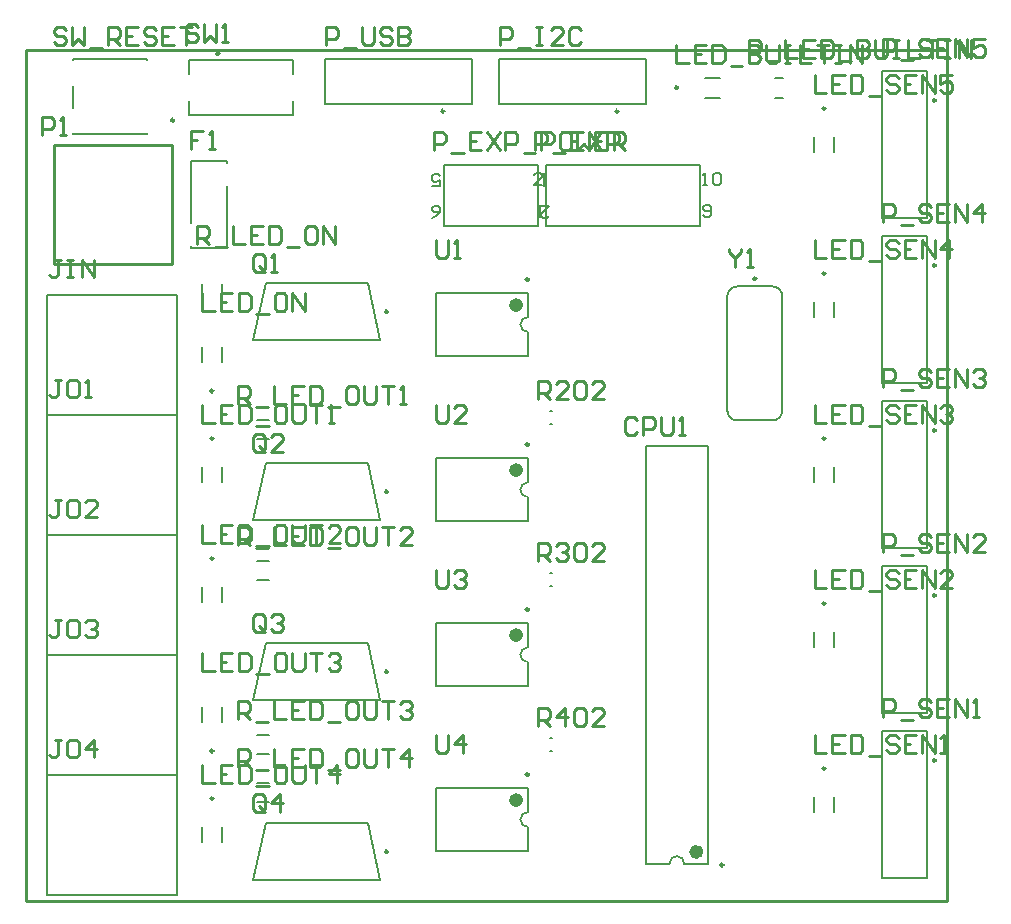
<source format=gto>
G04*
G04 #@! TF.GenerationSoftware,Altium Limited,Altium Designer,22.5.1 (42)*
G04*
G04 Layer_Color=65535*
%FSLAX42Y42*%
%MOMM*%
G71*
G04*
G04 #@! TF.SameCoordinates,E9C7B45F-A4FB-49F3-BE10-4E13B05C86B2*
G04*
G04*
G04 #@! TF.FilePolarity,Positive*
G04*
G01*
G75*
%ADD10C,0.25*%
%ADD11C,0.20*%
%ADD12C,0.60*%
%ADD13C,0.25*%
%ADD14C,0.15*%
D10*
X7707Y6775D02*
G03*
X7707Y6775I-12J0D01*
G01*
X3066Y1937D02*
G03*
X3066Y1937I-12J0D01*
G01*
X7707Y3981D02*
G03*
X7707Y3981I-12J0D01*
G01*
Y2584D02*
G03*
X7707Y2584I-12J0D01*
G01*
Y5378D02*
G03*
X7707Y5378I-12J0D01*
G01*
X5019Y6683D02*
G03*
X5019Y6683I-12J0D01*
G01*
X1640Y7170D02*
G03*
X1640Y7170I-12J0D01*
G01*
X3545Y6683D02*
G03*
X3545Y6683I-12J0D01*
G01*
X4260Y1066D02*
G03*
X4260Y1066I-12J0D01*
G01*
Y2463D02*
G03*
X4260Y2463I-12J0D01*
G01*
X7707Y1187D02*
G03*
X7707Y1187I-12J0D01*
G01*
X5908Y301D02*
G03*
X5908Y301I-12J0D01*
G01*
X6187Y5265D02*
G03*
X6187Y5265I-12J0D01*
G01*
X3066Y4985D02*
G03*
X3066Y4985I-12J0D01*
G01*
Y3461D02*
G03*
X3066Y3461I-12J0D01*
G01*
X4260Y3860D02*
G03*
X4260Y3860I-12J0D01*
G01*
Y5257D02*
G03*
X4260Y5257I-12J0D01*
G01*
X3066Y413D02*
G03*
X3066Y413I-12J0D01*
G01*
X6771Y6707D02*
G03*
X6771Y6707I-12J0D01*
G01*
Y5310D02*
G03*
X6771Y5310I-12J0D01*
G01*
Y3913D02*
G03*
X6771Y3913I-12J0D01*
G01*
X1590Y4315D02*
G03*
X1590Y4315I-12J0D01*
G01*
X6771Y1119D02*
G03*
X6771Y1119I-12J0D01*
G01*
Y2517D02*
G03*
X6771Y2517I-12J0D01*
G01*
X5524Y6883D02*
G03*
X5524Y6883I-12J0D01*
G01*
X1590Y1266D02*
G03*
X1590Y1266I-12J0D01*
G01*
Y865D02*
G03*
X1590Y865I-12J0D01*
G01*
Y2898D02*
G03*
X1590Y2898I-12J0D01*
G01*
X1256Y6606D02*
G03*
X1256Y6606I-12J0D01*
G01*
X1590Y3913D02*
G03*
X1590Y3913I-12J0D01*
G01*
D11*
X4253Y749D02*
G03*
X4253Y622I0J-63D01*
G01*
Y2145D02*
G03*
X4253Y2018I0J-63D01*
G01*
X5578Y312D02*
G03*
X5451Y312I-63J0D01*
G01*
X6407Y5117D02*
G03*
X6324Y5199I-82J0D01*
G01*
X6024Y5199D02*
G03*
X5942Y5117I0J-82D01*
G01*
Y4147D02*
G03*
X6024Y4065I82J-0D01*
G01*
X6324Y4065D02*
G03*
X6407Y4147I0J82D01*
G01*
X4253Y3542D02*
G03*
X4253Y3415I0J-63D01*
G01*
Y4940D02*
G03*
X4253Y4812I0J-63D01*
G01*
X1492Y5146D02*
Y5216D01*
X1662Y5146D02*
Y5216D01*
X6343Y6798D02*
X6413D01*
X6343Y6968D02*
X6413D01*
X7250Y5775D02*
X7630D01*
X7250Y5775D02*
Y7025D01*
X7630D01*
Y5775D02*
Y7025D01*
X2036Y2179D02*
X2896D01*
X1928Y1696D02*
X2036Y2179D01*
X1933Y1696D02*
X2999D01*
X2896Y2179D02*
X3003Y1696D01*
X7250Y2981D02*
X7630D01*
X7250Y2981D02*
Y4231D01*
X7630D01*
Y2981D02*
Y4231D01*
X7250Y1584D02*
X7630D01*
X7250Y1584D02*
Y2834D01*
X7630D01*
Y1584D02*
Y2834D01*
X7250Y4378D02*
X7630D01*
X7250Y4378D02*
Y5628D01*
X7630D01*
Y4378D02*
Y5628D01*
X4006Y6748D02*
Y7128D01*
X4006Y7128D02*
X5256D01*
Y6748D02*
Y7128D01*
X4006Y6748D02*
X5256D01*
X1388Y7118D02*
X2268D01*
Y6998D02*
Y7118D01*
X1388Y6998D02*
Y7118D01*
X2268Y6648D02*
Y6768D01*
X1388Y6648D02*
X2268D01*
X1388D02*
Y6768D01*
X2533Y6748D02*
Y7128D01*
X2533Y7128D02*
X3783D01*
Y6748D02*
Y7128D01*
X2533Y6748D02*
X3783D01*
X1283Y1066D02*
Y2082D01*
X183Y1066D02*
Y2082D01*
X1283D01*
X183Y1066D02*
X1283D01*
Y2082D02*
Y3098D01*
X183Y2082D02*
Y3098D01*
X1283D01*
X183Y2082D02*
X1283D01*
X183Y3098D02*
X1283D01*
X183Y4114D02*
X1283D01*
X183Y3098D02*
Y4114D01*
X1283Y3098D02*
Y4114D01*
X183D02*
X1283D01*
X183Y5130D02*
X1283D01*
X183Y4114D02*
Y5130D01*
X1283Y4114D02*
Y5130D01*
X1397Y5522D02*
Y5540D01*
Y5735D02*
Y6262D01*
X1707D01*
Y5522D02*
Y6049D01*
Y6244D02*
Y6262D01*
X1397Y5522D02*
X1707D01*
X3473Y950D02*
X4253D01*
X3473Y420D02*
X4253D01*
Y749D02*
Y950D01*
Y420D02*
Y622D01*
X3473Y420D02*
Y950D01*
Y2347D02*
X4253D01*
X3473Y1817D02*
X4253D01*
Y2145D02*
Y2347D01*
Y1817D02*
Y2018D01*
X3473Y1817D02*
Y2347D01*
X7250Y187D02*
X7630D01*
X7250Y187D02*
Y1437D01*
X7630D01*
Y187D02*
Y1437D01*
X5779Y312D02*
Y3852D01*
X5249Y312D02*
Y3852D01*
X5578Y312D02*
X5779D01*
X5249D02*
X5451D01*
X5249Y3852D02*
X5779D01*
X5707Y5707D02*
Y6230D01*
X4407D02*
X5707D01*
X4407Y5707D02*
X5707D01*
X4407D02*
Y6230D01*
X4335Y5707D02*
Y6230D01*
X3543D02*
X4335D01*
X3543Y5707D02*
X4335D01*
X3543D02*
Y6230D01*
X5942Y4147D02*
Y5117D01*
X6407Y4147D02*
Y5117D01*
X6024Y4065D02*
X6324D01*
X6024Y5199D02*
X6324D01*
X6024Y5199D02*
X6024Y5199D01*
X2036Y5227D02*
X2896D01*
X1928Y4744D02*
X2036Y5227D01*
X1933Y4744D02*
X2999D01*
X2896Y5227D02*
X3003Y4744D01*
X2036Y3703D02*
X2896D01*
X1928Y3220D02*
X2036Y3703D01*
X1933Y3220D02*
X2999D01*
X2896Y3703D02*
X3003Y3220D01*
X3473Y3744D02*
X4253D01*
X3473Y3214D02*
X4253D01*
Y3542D02*
Y3744D01*
Y3214D02*
Y3415D01*
X3473Y3214D02*
Y3744D01*
Y5141D02*
X4253D01*
X3473Y4611D02*
X4253D01*
Y4940D02*
Y5141D01*
Y4611D02*
Y4812D01*
X3473Y4611D02*
Y5141D01*
X1283Y50D02*
Y1066D01*
X183Y50D02*
Y1066D01*
X1283D01*
X183Y50D02*
X1283D01*
X2036Y655D02*
X2896D01*
X1928Y172D02*
X2036Y655D01*
X1933Y172D02*
X2999D01*
X2896Y655D02*
X3003Y172D01*
X6844Y6338D02*
Y6462D01*
X6674Y6338D02*
Y6462D01*
X6844Y4940D02*
Y5065D01*
X6674Y4940D02*
Y5065D01*
X6844Y3544D02*
Y3669D01*
X6674Y3544D02*
Y3669D01*
X1492Y4560D02*
Y4685D01*
X1662Y4560D02*
Y4685D01*
X6844Y749D02*
Y874D01*
X6674Y749D02*
Y874D01*
X6844Y2147D02*
Y2272D01*
X6674Y2147D02*
Y2272D01*
X5756Y6968D02*
X5881D01*
X5756Y6798D02*
X5881D01*
X1492Y1511D02*
Y1636D01*
X1662Y1511D02*
Y1636D01*
Y495D02*
Y620D01*
X1492Y495D02*
Y620D01*
X1662Y2527D02*
Y2652D01*
X1492Y2527D02*
Y2652D01*
X398Y7121D02*
X1028D01*
Y6491D02*
Y6499D01*
Y7114D02*
Y7121D01*
X398Y6491D02*
X1028D01*
X398D02*
Y6499D01*
Y6714D02*
Y6899D01*
Y7114D02*
Y7121D01*
X1492Y3544D02*
Y3669D01*
X1662Y3544D02*
Y3669D01*
X4437Y1268D02*
X4457D01*
X4437Y1373D02*
X4457D01*
X1959Y834D02*
X2059D01*
X1959Y994D02*
X2059D01*
X1959Y1240D02*
X2059D01*
X1959Y1400D02*
X2059D01*
X1959Y2713D02*
X2059D01*
X1959Y2873D02*
X2059D01*
X1959Y3907D02*
X2059D01*
X1959Y4067D02*
X2059D01*
X4437Y4036D02*
X4457D01*
X4437Y4141D02*
X4457D01*
X4437Y2665D02*
X4457D01*
X4437Y2769D02*
X4457D01*
D12*
X4183Y850D02*
G03*
X4183Y850I-30J0D01*
G01*
Y2247D02*
G03*
X4183Y2247I-30J0D01*
G01*
X5709Y412D02*
G03*
X5709Y412I-30J0D01*
G01*
X4183Y3644D02*
G03*
X4183Y3644I-30J0D01*
G01*
Y5041D02*
G03*
X4183Y5041I-30J0D01*
G01*
D13*
X237Y5393D02*
Y6393D01*
X1237D01*
Y5393D02*
Y6393D01*
X237Y5393D02*
X1237D01*
X137Y6481D02*
Y6634D01*
X213D01*
X238Y6608D01*
Y6557D01*
X213Y6532D01*
X137D01*
X289Y6481D02*
X340D01*
X315D01*
Y6634D01*
X289Y6608D01*
X5956Y5519D02*
Y5493D01*
X6007Y5442D01*
X6058Y5493D01*
Y5519D01*
X6007Y5442D02*
Y5366D01*
X6108D02*
X6159D01*
X6134D01*
Y5519D01*
X6108Y5493D01*
X3472Y1401D02*
Y1274D01*
X3497Y1249D01*
X3548D01*
X3573Y1274D01*
Y1401D01*
X3700Y1249D02*
Y1401D01*
X3624Y1325D01*
X3726D01*
X3472Y2798D02*
Y2671D01*
X3497Y2646D01*
X3548D01*
X3573Y2671D01*
Y2798D01*
X3624Y2773D02*
X3650Y2798D01*
X3700D01*
X3726Y2773D01*
Y2747D01*
X3700Y2722D01*
X3675D01*
X3700D01*
X3726Y2697D01*
Y2671D01*
X3700Y2646D01*
X3650D01*
X3624Y2671D01*
X3472Y4195D02*
Y4068D01*
X3497Y4043D01*
X3548D01*
X3573Y4068D01*
Y4195D01*
X3726Y4043D02*
X3624D01*
X3726Y4144D01*
Y4170D01*
X3700Y4195D01*
X3650D01*
X3624Y4170D01*
X3472Y5592D02*
Y5465D01*
X3497Y5440D01*
X3548D01*
X3573Y5465D01*
Y5592D01*
X3624Y5440D02*
X3675D01*
X3650D01*
Y5592D01*
X3624Y5567D01*
X345Y7370D02*
X320Y7396D01*
X269D01*
X243Y7370D01*
Y7345D01*
X269Y7319D01*
X320D01*
X345Y7294D01*
Y7269D01*
X320Y7243D01*
X269D01*
X243Y7269D01*
X396Y7396D02*
Y7243D01*
X447Y7294D01*
X497Y7243D01*
Y7396D01*
X548Y7218D02*
X650D01*
X701Y7243D02*
Y7396D01*
X777D01*
X802Y7370D01*
Y7319D01*
X777Y7294D01*
X701D01*
X751D02*
X802Y7243D01*
X954Y7396D02*
X853D01*
Y7243D01*
X954D01*
X853Y7319D02*
X904D01*
X1107Y7370D02*
X1081Y7396D01*
X1031D01*
X1005Y7370D01*
Y7345D01*
X1031Y7319D01*
X1081D01*
X1107Y7294D01*
Y7269D01*
X1081Y7243D01*
X1031D01*
X1005Y7269D01*
X1259Y7396D02*
X1158D01*
Y7243D01*
X1259D01*
X1158Y7319D02*
X1208D01*
X1310Y7396D02*
X1412D01*
X1361D01*
Y7243D01*
X1458Y7398D02*
X1432Y7424D01*
X1381D01*
X1356Y7398D01*
Y7373D01*
X1381Y7347D01*
X1432D01*
X1458Y7322D01*
Y7297D01*
X1432Y7271D01*
X1381D01*
X1356Y7297D01*
X1508Y7424D02*
Y7271D01*
X1559Y7322D01*
X1610Y7271D01*
Y7424D01*
X1661Y7271D02*
X1712D01*
X1686D01*
Y7424D01*
X1661Y7398D01*
X1801Y1132D02*
Y1284D01*
X1877D01*
X1902Y1259D01*
Y1208D01*
X1877Y1183D01*
X1801D01*
X1851D02*
X1902Y1132D01*
X1953Y1107D02*
X2054D01*
X2105Y1284D02*
Y1132D01*
X2207D01*
X2359Y1284D02*
X2258D01*
Y1132D01*
X2359D01*
X2258Y1208D02*
X2308D01*
X2410Y1284D02*
Y1132D01*
X2486D01*
X2511Y1157D01*
Y1259D01*
X2486Y1284D01*
X2410D01*
X2562Y1107D02*
X2664D01*
X2791Y1284D02*
X2740D01*
X2715Y1259D01*
Y1157D01*
X2740Y1132D01*
X2791D01*
X2816Y1157D01*
Y1259D01*
X2791Y1284D01*
X2867D02*
Y1157D01*
X2892Y1132D01*
X2943D01*
X2969Y1157D01*
Y1284D01*
X3019D02*
X3121D01*
X3070D01*
Y1132D01*
X3248D02*
Y1284D01*
X3172Y1208D01*
X3273D01*
X1801Y1538D02*
Y1691D01*
X1877D01*
X1902Y1665D01*
Y1615D01*
X1877Y1589D01*
X1801D01*
X1851D02*
X1902Y1538D01*
X1953Y1513D02*
X2054D01*
X2105Y1691D02*
Y1538D01*
X2207D01*
X2359Y1691D02*
X2258D01*
Y1538D01*
X2359D01*
X2258Y1615D02*
X2308D01*
X2410Y1691D02*
Y1538D01*
X2486D01*
X2511Y1564D01*
Y1665D01*
X2486Y1691D01*
X2410D01*
X2562Y1513D02*
X2664D01*
X2791Y1691D02*
X2740D01*
X2715Y1665D01*
Y1564D01*
X2740Y1538D01*
X2791D01*
X2816Y1564D01*
Y1665D01*
X2791Y1691D01*
X2867D02*
Y1564D01*
X2892Y1538D01*
X2943D01*
X2969Y1564D01*
Y1691D01*
X3019D02*
X3121D01*
X3070D01*
Y1538D01*
X3172Y1665D02*
X3197Y1691D01*
X3248D01*
X3273Y1665D01*
Y1640D01*
X3248Y1615D01*
X3222D01*
X3248D01*
X3273Y1589D01*
Y1564D01*
X3248Y1538D01*
X3197D01*
X3172Y1564D01*
X1801Y3012D02*
Y3164D01*
X1877D01*
X1902Y3139D01*
Y3088D01*
X1877Y3062D01*
X1801D01*
X1851D02*
X1902Y3012D01*
X1953Y2986D02*
X2054D01*
X2105Y3164D02*
Y3012D01*
X2207D01*
X2359Y3164D02*
X2258D01*
Y3012D01*
X2359D01*
X2258Y3088D02*
X2308D01*
X2410Y3164D02*
Y3012D01*
X2486D01*
X2511Y3037D01*
Y3139D01*
X2486Y3164D01*
X2410D01*
X2562Y2986D02*
X2664D01*
X2791Y3164D02*
X2740D01*
X2715Y3139D01*
Y3037D01*
X2740Y3012D01*
X2791D01*
X2816Y3037D01*
Y3139D01*
X2791Y3164D01*
X2867D02*
Y3037D01*
X2892Y3012D01*
X2943D01*
X2969Y3037D01*
Y3164D01*
X3019D02*
X3121D01*
X3070D01*
Y3012D01*
X3273D02*
X3172D01*
X3273Y3113D01*
Y3139D01*
X3248Y3164D01*
X3197D01*
X3172Y3139D01*
X1801Y4205D02*
Y4358D01*
X1877D01*
X1902Y4332D01*
Y4282D01*
X1877Y4256D01*
X1801D01*
X1851D02*
X1902Y4205D01*
X1953Y4180D02*
X2054D01*
X2105Y4358D02*
Y4205D01*
X2207D01*
X2359Y4358D02*
X2258D01*
Y4205D01*
X2359D01*
X2258Y4282D02*
X2308D01*
X2410Y4358D02*
Y4205D01*
X2486D01*
X2511Y4231D01*
Y4332D01*
X2486Y4358D01*
X2410D01*
X2562Y4180D02*
X2664D01*
X2791Y4358D02*
X2740D01*
X2715Y4332D01*
Y4231D01*
X2740Y4205D01*
X2791D01*
X2816Y4231D01*
Y4332D01*
X2791Y4358D01*
X2867D02*
Y4231D01*
X2892Y4205D01*
X2943D01*
X2969Y4231D01*
Y4358D01*
X3019D02*
X3121D01*
X3070D01*
Y4205D01*
X3172D02*
X3222D01*
X3197D01*
Y4358D01*
X3172Y4332D01*
X1455Y5559D02*
Y5712D01*
X1531D01*
X1557Y5686D01*
Y5635D01*
X1531Y5610D01*
X1455D01*
X1506D02*
X1557Y5559D01*
X1607Y5534D02*
X1709D01*
X1760Y5712D02*
Y5559D01*
X1861D01*
X2014Y5712D02*
X1912D01*
Y5559D01*
X2014D01*
X1912Y5635D02*
X1963D01*
X2064Y5712D02*
Y5559D01*
X2141D01*
X2166Y5585D01*
Y5686D01*
X2141Y5712D01*
X2064D01*
X2217Y5534D02*
X2318D01*
X2445Y5712D02*
X2395D01*
X2369Y5686D01*
Y5585D01*
X2395Y5559D01*
X2445D01*
X2471Y5585D01*
Y5686D01*
X2445Y5712D01*
X2522Y5559D02*
Y5712D01*
X2623Y5559D01*
Y5712D01*
X6126Y7132D02*
Y7284D01*
X6202D01*
X6228Y7258D01*
Y7208D01*
X6202Y7182D01*
X6126D01*
X6177D02*
X6228Y7132D01*
X6278Y7106D02*
X6380D01*
X6431Y7284D02*
Y7132D01*
X6532D01*
X6685Y7284D02*
X6583D01*
Y7132D01*
X6685D01*
X6583Y7208D02*
X6634D01*
X6736Y7284D02*
Y7132D01*
X6812D01*
X6837Y7157D01*
Y7258D01*
X6812Y7284D01*
X6736D01*
X6888Y7106D02*
X6989D01*
X7040Y7284D02*
Y7132D01*
X7116D01*
X7142Y7157D01*
Y7182D01*
X7116Y7208D01*
X7040D01*
X7116D01*
X7142Y7233D01*
Y7258D01*
X7116Y7284D01*
X7040D01*
X7193D02*
Y7157D01*
X7218Y7132D01*
X7269D01*
X7294Y7157D01*
Y7284D01*
X7345D02*
X7396D01*
X7370D01*
Y7132D01*
X7345D01*
X7396D01*
X7472Y7284D02*
Y7132D01*
X7573D01*
X7624Y7284D02*
X7726D01*
X7675D01*
Y7132D01*
X7777Y7284D02*
X7827D01*
X7802D01*
Y7132D01*
X7777D01*
X7827D01*
X7904D02*
Y7284D01*
X8005Y7132D01*
Y7284D01*
X4341Y1477D02*
Y1630D01*
X4417D01*
X4442Y1604D01*
Y1554D01*
X4417Y1528D01*
X4341D01*
X4391D02*
X4442Y1477D01*
X4569D02*
Y1630D01*
X4493Y1554D01*
X4594D01*
X4645Y1604D02*
X4671Y1630D01*
X4721D01*
X4747Y1604D01*
Y1503D01*
X4721Y1477D01*
X4671D01*
X4645Y1503D01*
Y1604D01*
X4899Y1477D02*
X4798D01*
X4899Y1579D01*
Y1604D01*
X4874Y1630D01*
X4823D01*
X4798Y1604D01*
X4341Y2874D02*
Y3027D01*
X4417D01*
X4442Y3001D01*
Y2951D01*
X4417Y2925D01*
X4341D01*
X4391D02*
X4442Y2874D01*
X4493Y3001D02*
X4518Y3027D01*
X4569D01*
X4594Y3001D01*
Y2976D01*
X4569Y2951D01*
X4544D01*
X4569D01*
X4594Y2925D01*
Y2900D01*
X4569Y2874D01*
X4518D01*
X4493Y2900D01*
X4645Y3001D02*
X4671Y3027D01*
X4721D01*
X4747Y3001D01*
Y2900D01*
X4721Y2874D01*
X4671D01*
X4645Y2900D01*
Y3001D01*
X4899Y2874D02*
X4798D01*
X4899Y2976D01*
Y3001D01*
X4874Y3027D01*
X4823D01*
X4798Y3001D01*
X4341Y4246D02*
Y4398D01*
X4417D01*
X4442Y4373D01*
Y4322D01*
X4417Y4297D01*
X4341D01*
X4391D02*
X4442Y4246D01*
X4594D02*
X4493D01*
X4594Y4348D01*
Y4373D01*
X4569Y4398D01*
X4518D01*
X4493Y4373D01*
X4645D02*
X4671Y4398D01*
X4721D01*
X4747Y4373D01*
Y4271D01*
X4721Y4246D01*
X4671D01*
X4645Y4271D01*
Y4373D01*
X4899Y4246D02*
X4798D01*
X4899Y4348D01*
Y4373D01*
X4874Y4398D01*
X4823D01*
X4798Y4373D01*
X2024Y776D02*
Y878D01*
X1999Y903D01*
X1948D01*
X1922Y878D01*
Y776D01*
X1948Y751D01*
X1999D01*
X1973Y802D02*
X2024Y751D01*
X1999D02*
X2024Y776D01*
X2151Y751D02*
Y903D01*
X2075Y827D01*
X2176D01*
X2024Y2300D02*
Y2402D01*
X1999Y2427D01*
X1948D01*
X1922Y2402D01*
Y2300D01*
X1948Y2275D01*
X1999D01*
X1973Y2326D02*
X2024Y2275D01*
X1999D02*
X2024Y2300D01*
X2075Y2402D02*
X2100Y2427D01*
X2151D01*
X2176Y2402D01*
Y2377D01*
X2151Y2351D01*
X2126D01*
X2151D01*
X2176Y2326D01*
Y2300D01*
X2151Y2275D01*
X2100D01*
X2075Y2300D01*
X2024Y3824D02*
Y3926D01*
X1999Y3951D01*
X1948D01*
X1922Y3926D01*
Y3824D01*
X1948Y3799D01*
X1999D01*
X1973Y3850D02*
X2024Y3799D01*
X1999D02*
X2024Y3824D01*
X2176Y3799D02*
X2075D01*
X2176Y3901D01*
Y3926D01*
X2151Y3951D01*
X2100D01*
X2075Y3926D01*
X2024Y5348D02*
Y5450D01*
X1999Y5475D01*
X1948D01*
X1922Y5450D01*
Y5348D01*
X1948Y5323D01*
X1999D01*
X1973Y5374D02*
X2024Y5323D01*
X1999D02*
X2024Y5348D01*
X2075Y5323D02*
X2126D01*
X2100D01*
Y5475D01*
X2075Y5450D01*
X2545Y7243D02*
Y7396D01*
X2621D01*
X2646Y7370D01*
Y7319D01*
X2621Y7294D01*
X2545D01*
X2697Y7218D02*
X2799D01*
X2849Y7396D02*
Y7269D01*
X2875Y7243D01*
X2926D01*
X2951Y7269D01*
Y7396D01*
X3103Y7370D02*
X3078Y7396D01*
X3027D01*
X3002Y7370D01*
Y7345D01*
X3027Y7319D01*
X3078D01*
X3103Y7294D01*
Y7269D01*
X3078Y7243D01*
X3027D01*
X3002Y7269D01*
X3154Y7396D02*
Y7243D01*
X3230D01*
X3256Y7269D01*
Y7294D01*
X3230Y7319D01*
X3154D01*
X3230D01*
X3256Y7345D01*
Y7370D01*
X3230Y7396D01*
X3154D01*
X7262Y7139D02*
Y7291D01*
X7338D01*
X7363Y7266D01*
Y7215D01*
X7338Y7190D01*
X7262D01*
X7414Y7114D02*
X7515D01*
X7668Y7266D02*
X7642Y7291D01*
X7592D01*
X7566Y7266D01*
Y7241D01*
X7592Y7215D01*
X7642D01*
X7668Y7190D01*
Y7165D01*
X7642Y7139D01*
X7592D01*
X7566Y7165D01*
X7820Y7291D02*
X7719D01*
Y7139D01*
X7820D01*
X7719Y7215D02*
X7769D01*
X7871Y7139D02*
Y7291D01*
X7972Y7139D01*
Y7291D01*
X8125D02*
X8023D01*
Y7215D01*
X8074Y7241D01*
X8099D01*
X8125Y7215D01*
Y7165D01*
X8099Y7139D01*
X8049D01*
X8023Y7165D01*
X7262Y5742D02*
Y5894D01*
X7338D01*
X7363Y5869D01*
Y5818D01*
X7338Y5793D01*
X7262D01*
X7414Y5717D02*
X7515D01*
X7668Y5869D02*
X7642Y5894D01*
X7592D01*
X7566Y5869D01*
Y5844D01*
X7592Y5818D01*
X7642D01*
X7668Y5793D01*
Y5768D01*
X7642Y5742D01*
X7592D01*
X7566Y5768D01*
X7820Y5894D02*
X7719D01*
Y5742D01*
X7820D01*
X7719Y5818D02*
X7769D01*
X7871Y5742D02*
Y5894D01*
X7972Y5742D01*
Y5894D01*
X8099Y5742D02*
Y5894D01*
X8023Y5818D01*
X8125D01*
X7262Y4345D02*
Y4497D01*
X7338D01*
X7363Y4472D01*
Y4421D01*
X7338Y4396D01*
X7262D01*
X7414Y4320D02*
X7515D01*
X7668Y4472D02*
X7642Y4497D01*
X7592D01*
X7566Y4472D01*
Y4447D01*
X7592Y4421D01*
X7642D01*
X7668Y4396D01*
Y4371D01*
X7642Y4345D01*
X7592D01*
X7566Y4371D01*
X7820Y4497D02*
X7719D01*
Y4345D01*
X7820D01*
X7719Y4421D02*
X7769D01*
X7871Y4345D02*
Y4497D01*
X7972Y4345D01*
Y4497D01*
X8023Y4472D02*
X8049Y4497D01*
X8099D01*
X8125Y4472D01*
Y4447D01*
X8099Y4421D01*
X8074D01*
X8099D01*
X8125Y4396D01*
Y4371D01*
X8099Y4345D01*
X8049D01*
X8023Y4371D01*
X7262Y2948D02*
Y3100D01*
X7338D01*
X7363Y3075D01*
Y3024D01*
X7338Y2999D01*
X7262D01*
X7414Y2923D02*
X7515D01*
X7668Y3075D02*
X7642Y3100D01*
X7592D01*
X7566Y3075D01*
Y3050D01*
X7592Y3024D01*
X7642D01*
X7668Y2999D01*
Y2974D01*
X7642Y2948D01*
X7592D01*
X7566Y2974D01*
X7820Y3100D02*
X7719D01*
Y2948D01*
X7820D01*
X7719Y3024D02*
X7769D01*
X7871Y2948D02*
Y3100D01*
X7972Y2948D01*
Y3100D01*
X8125Y2948D02*
X8023D01*
X8125Y3050D01*
Y3075D01*
X8099Y3100D01*
X8049D01*
X8023Y3075D01*
X7262Y1551D02*
Y1703D01*
X7338D01*
X7363Y1678D01*
Y1627D01*
X7338Y1602D01*
X7262D01*
X7414Y1526D02*
X7515D01*
X7668Y1678D02*
X7642Y1703D01*
X7592D01*
X7566Y1678D01*
Y1653D01*
X7592Y1627D01*
X7642D01*
X7668Y1602D01*
Y1577D01*
X7642Y1551D01*
X7592D01*
X7566Y1577D01*
X7820Y1703D02*
X7719D01*
Y1551D01*
X7820D01*
X7719Y1627D02*
X7769D01*
X7871Y1551D02*
Y1703D01*
X7972Y1551D01*
Y1703D01*
X8023Y1551D02*
X8074D01*
X8049D01*
Y1703D01*
X8023Y1678D01*
X4018Y7243D02*
Y7396D01*
X4094D01*
X4120Y7370D01*
Y7319D01*
X4094Y7294D01*
X4018D01*
X4170Y7218D02*
X4272D01*
X4323Y7396D02*
X4373D01*
X4348D01*
Y7243D01*
X4323D01*
X4373D01*
X4551D02*
X4450D01*
X4551Y7345D01*
Y7370D01*
X4526Y7396D01*
X4475D01*
X4450Y7370D01*
X4704D02*
X4678Y7396D01*
X4627D01*
X4602Y7370D01*
Y7269D01*
X4627Y7243D01*
X4678D01*
X4704Y7269D01*
X4315Y6354D02*
Y6507D01*
X4391D01*
X4417Y6481D01*
Y6430D01*
X4391Y6405D01*
X4315D01*
X4467Y6329D02*
X4569D01*
X4721Y6507D02*
X4620D01*
Y6354D01*
X4721D01*
X4620Y6430D02*
X4671D01*
X4772Y6507D02*
X4874Y6354D01*
Y6507D02*
X4772Y6354D01*
X4925D02*
Y6507D01*
X5001D01*
X5026Y6481D01*
Y6430D01*
X5001Y6405D01*
X4925D01*
X3454Y6354D02*
Y6507D01*
X3530D01*
X3556Y6481D01*
Y6430D01*
X3530Y6405D01*
X3454D01*
X3606Y6329D02*
X3708D01*
X3860Y6507D02*
X3759D01*
Y6354D01*
X3860D01*
X3759Y6430D02*
X3810D01*
X3911Y6507D02*
X4013Y6354D01*
Y6507D02*
X3911Y6354D01*
X4063D02*
Y6507D01*
X4140D01*
X4165Y6481D01*
Y6430D01*
X4140Y6405D01*
X4063D01*
X4216Y6329D02*
X4317D01*
X4368Y6354D02*
Y6507D01*
X4444D01*
X4470Y6481D01*
Y6430D01*
X4444Y6405D01*
X4368D01*
X4597Y6507D02*
X4546D01*
X4521Y6481D01*
Y6380D01*
X4546Y6354D01*
X4597D01*
X4622Y6380D01*
Y6481D01*
X4597Y6507D01*
X4673D02*
Y6354D01*
X4724Y6405D01*
X4774Y6354D01*
Y6507D01*
X4927D02*
X4825D01*
Y6354D01*
X4927D01*
X4825Y6430D02*
X4876D01*
X4978Y6354D02*
Y6507D01*
X5054D01*
X5079Y6481D01*
Y6430D01*
X5054Y6405D01*
X4978D01*
X5028D02*
X5079Y6354D01*
X6680Y6987D02*
Y6834D01*
X6781D01*
X6934Y6987D02*
X6832D01*
Y6834D01*
X6934D01*
X6832Y6911D02*
X6883D01*
X6985Y6987D02*
Y6834D01*
X7061D01*
X7086Y6860D01*
Y6961D01*
X7061Y6987D01*
X6985D01*
X7137Y6809D02*
X7238D01*
X7391Y6961D02*
X7365Y6987D01*
X7315D01*
X7289Y6961D01*
Y6936D01*
X7315Y6911D01*
X7365D01*
X7391Y6885D01*
Y6860D01*
X7365Y6834D01*
X7315D01*
X7289Y6860D01*
X7543Y6987D02*
X7442D01*
Y6834D01*
X7543D01*
X7442Y6911D02*
X7492D01*
X7594Y6834D02*
Y6987D01*
X7696Y6834D01*
Y6987D01*
X7848D02*
X7746D01*
Y6911D01*
X7797Y6936D01*
X7822D01*
X7848Y6911D01*
Y6860D01*
X7822Y6834D01*
X7772D01*
X7746Y6860D01*
X6680Y5590D02*
Y5437D01*
X6781D01*
X6934Y5590D02*
X6832D01*
Y5437D01*
X6934D01*
X6832Y5514D02*
X6883D01*
X6985Y5590D02*
Y5437D01*
X7061D01*
X7086Y5463D01*
Y5564D01*
X7061Y5590D01*
X6985D01*
X7137Y5412D02*
X7238D01*
X7391Y5564D02*
X7365Y5590D01*
X7315D01*
X7289Y5564D01*
Y5539D01*
X7315Y5514D01*
X7365D01*
X7391Y5488D01*
Y5463D01*
X7365Y5437D01*
X7315D01*
X7289Y5463D01*
X7543Y5590D02*
X7442D01*
Y5437D01*
X7543D01*
X7442Y5514D02*
X7492D01*
X7594Y5437D02*
Y5590D01*
X7696Y5437D01*
Y5590D01*
X7822Y5437D02*
Y5590D01*
X7746Y5514D01*
X7848D01*
X6680Y4193D02*
Y4040D01*
X6781D01*
X6934Y4193D02*
X6832D01*
Y4040D01*
X6934D01*
X6832Y4117D02*
X6883D01*
X6985Y4193D02*
Y4040D01*
X7061D01*
X7086Y4066D01*
Y4167D01*
X7061Y4193D01*
X6985D01*
X7137Y4015D02*
X7238D01*
X7391Y4167D02*
X7365Y4193D01*
X7315D01*
X7289Y4167D01*
Y4142D01*
X7315Y4117D01*
X7365D01*
X7391Y4091D01*
Y4066D01*
X7365Y4040D01*
X7315D01*
X7289Y4066D01*
X7543Y4193D02*
X7442D01*
Y4040D01*
X7543D01*
X7442Y4117D02*
X7492D01*
X7594Y4040D02*
Y4193D01*
X7696Y4040D01*
Y4193D01*
X7746Y4167D02*
X7772Y4193D01*
X7822D01*
X7848Y4167D01*
Y4142D01*
X7822Y4117D01*
X7797D01*
X7822D01*
X7848Y4091D01*
Y4066D01*
X7822Y4040D01*
X7772D01*
X7746Y4066D01*
X6680Y2796D02*
Y2643D01*
X6781D01*
X6934Y2796D02*
X6832D01*
Y2643D01*
X6934D01*
X6832Y2720D02*
X6883D01*
X6985Y2796D02*
Y2643D01*
X7061D01*
X7086Y2669D01*
Y2770D01*
X7061Y2796D01*
X6985D01*
X7137Y2618D02*
X7238D01*
X7391Y2770D02*
X7365Y2796D01*
X7315D01*
X7289Y2770D01*
Y2745D01*
X7315Y2720D01*
X7365D01*
X7391Y2694D01*
Y2669D01*
X7365Y2643D01*
X7315D01*
X7289Y2669D01*
X7543Y2796D02*
X7442D01*
Y2643D01*
X7543D01*
X7442Y2720D02*
X7492D01*
X7594Y2643D02*
Y2796D01*
X7696Y2643D01*
Y2796D01*
X7848Y2643D02*
X7746D01*
X7848Y2745D01*
Y2770D01*
X7822Y2796D01*
X7772D01*
X7746Y2770D01*
X6680Y1399D02*
Y1246D01*
X6781D01*
X6934Y1399D02*
X6832D01*
Y1246D01*
X6934D01*
X6832Y1323D02*
X6883D01*
X6985Y1399D02*
Y1246D01*
X7061D01*
X7086Y1272D01*
Y1373D01*
X7061Y1399D01*
X6985D01*
X7137Y1221D02*
X7238D01*
X7391Y1373D02*
X7365Y1399D01*
X7315D01*
X7289Y1373D01*
Y1348D01*
X7315Y1323D01*
X7365D01*
X7391Y1297D01*
Y1272D01*
X7365Y1246D01*
X7315D01*
X7289Y1272D01*
X7543Y1399D02*
X7442D01*
Y1246D01*
X7543D01*
X7442Y1323D02*
X7492D01*
X7594Y1246D02*
Y1399D01*
X7696Y1246D01*
Y1399D01*
X7746Y1246D02*
X7797D01*
X7772D01*
Y1399D01*
X7746Y1373D01*
X1498Y1145D02*
Y992D01*
X1600D01*
X1752Y1145D02*
X1651D01*
Y992D01*
X1752D01*
X1651Y1069D02*
X1701D01*
X1803Y1145D02*
Y992D01*
X1879D01*
X1905Y1018D01*
Y1119D01*
X1879Y1145D01*
X1803D01*
X1955Y967D02*
X2057D01*
X2184Y1145D02*
X2133D01*
X2108Y1119D01*
Y1018D01*
X2133Y992D01*
X2184D01*
X2209Y1018D01*
Y1119D01*
X2184Y1145D01*
X2260D02*
Y1018D01*
X2285Y992D01*
X2336D01*
X2362Y1018D01*
Y1145D01*
X2412D02*
X2514D01*
X2463D01*
Y992D01*
X2641D02*
Y1145D01*
X2565Y1069D01*
X2666D01*
X1498Y2097D02*
Y1945D01*
X1600D01*
X1752Y2097D02*
X1651D01*
Y1945D01*
X1752D01*
X1651Y2021D02*
X1701D01*
X1803Y2097D02*
Y1945D01*
X1879D01*
X1905Y1970D01*
Y2072D01*
X1879Y2097D01*
X1803D01*
X1955Y1919D02*
X2057D01*
X2184Y2097D02*
X2133D01*
X2108Y2072D01*
Y1970D01*
X2133Y1945D01*
X2184D01*
X2209Y1970D01*
Y2072D01*
X2184Y2097D01*
X2260D02*
Y1970D01*
X2285Y1945D01*
X2336D01*
X2362Y1970D01*
Y2097D01*
X2412D02*
X2514D01*
X2463D01*
Y1945D01*
X2565Y2072D02*
X2590Y2097D01*
X2641D01*
X2666Y2072D01*
Y2046D01*
X2641Y2021D01*
X2615D01*
X2641D01*
X2666Y1996D01*
Y1970D01*
X2641Y1945D01*
X2590D01*
X2565Y1970D01*
X1498Y3177D02*
Y3024D01*
X1600D01*
X1752Y3177D02*
X1651D01*
Y3024D01*
X1752D01*
X1651Y3101D02*
X1701D01*
X1803Y3177D02*
Y3024D01*
X1879D01*
X1905Y3050D01*
Y3151D01*
X1879Y3177D01*
X1803D01*
X1955Y2999D02*
X2057D01*
X2184Y3177D02*
X2133D01*
X2108Y3151D01*
Y3050D01*
X2133Y3024D01*
X2184D01*
X2209Y3050D01*
Y3151D01*
X2184Y3177D01*
X2260D02*
Y3050D01*
X2285Y3024D01*
X2336D01*
X2362Y3050D01*
Y3177D01*
X2412D02*
X2514D01*
X2463D01*
Y3024D01*
X2666D02*
X2565D01*
X2666Y3126D01*
Y3151D01*
X2641Y3177D01*
X2590D01*
X2565Y3151D01*
X1498Y4193D02*
Y4040D01*
X1600D01*
X1752Y4193D02*
X1651D01*
Y4040D01*
X1752D01*
X1651Y4117D02*
X1701D01*
X1803Y4193D02*
Y4040D01*
X1879D01*
X1905Y4066D01*
Y4167D01*
X1879Y4193D01*
X1803D01*
X1955Y4015D02*
X2057D01*
X2184Y4193D02*
X2133D01*
X2108Y4167D01*
Y4066D01*
X2133Y4040D01*
X2184D01*
X2209Y4066D01*
Y4167D01*
X2184Y4193D01*
X2260D02*
Y4066D01*
X2285Y4040D01*
X2336D01*
X2362Y4066D01*
Y4193D01*
X2412D02*
X2514D01*
X2463D01*
Y4040D01*
X2565D02*
X2615D01*
X2590D01*
Y4193D01*
X2565Y4167D01*
X1498Y5145D02*
Y4993D01*
X1600D01*
X1752Y5145D02*
X1651D01*
Y4993D01*
X1752D01*
X1651Y5069D02*
X1701D01*
X1803Y5145D02*
Y4993D01*
X1879D01*
X1905Y5018D01*
Y5120D01*
X1879Y5145D01*
X1803D01*
X1955Y4967D02*
X2057D01*
X2184Y5145D02*
X2133D01*
X2108Y5120D01*
Y5018D01*
X2133Y4993D01*
X2184D01*
X2209Y5018D01*
Y5120D01*
X2184Y5145D01*
X2260Y4993D02*
Y5145D01*
X2362Y4993D01*
Y5145D01*
X5511Y7241D02*
Y7088D01*
X5613D01*
X5765Y7241D02*
X5664D01*
Y7088D01*
X5765D01*
X5664Y7165D02*
X5715D01*
X5816Y7241D02*
Y7088D01*
X5892D01*
X5918Y7114D01*
Y7215D01*
X5892Y7241D01*
X5816D01*
X5969Y7063D02*
X6070D01*
X6121Y7241D02*
Y7088D01*
X6197D01*
X6222Y7114D01*
Y7139D01*
X6197Y7165D01*
X6121D01*
X6197D01*
X6222Y7190D01*
Y7215D01*
X6197Y7241D01*
X6121D01*
X6273D02*
Y7114D01*
X6299Y7088D01*
X6349D01*
X6375Y7114D01*
Y7241D01*
X6426D02*
X6476D01*
X6451D01*
Y7088D01*
X6426D01*
X6476D01*
X6553Y7241D02*
Y7088D01*
X6654D01*
X6705Y7241D02*
X6806D01*
X6756D01*
Y7088D01*
X6857Y7241D02*
X6908D01*
X6883D01*
Y7088D01*
X6857D01*
X6908D01*
X6984D02*
Y7241D01*
X7086Y7088D01*
Y7241D01*
X299Y1363D02*
X249D01*
X274D01*
Y1236D01*
X249Y1211D01*
X223D01*
X198Y1236D01*
X426Y1363D02*
X376D01*
X350Y1338D01*
Y1236D01*
X376Y1211D01*
X426D01*
X452Y1236D01*
Y1338D01*
X426Y1363D01*
X579Y1211D02*
Y1363D01*
X502Y1287D01*
X604D01*
X299Y2379D02*
X249D01*
X274D01*
Y2252D01*
X249Y2227D01*
X223D01*
X198Y2252D01*
X426Y2379D02*
X376D01*
X350Y2354D01*
Y2252D01*
X376Y2227D01*
X426D01*
X452Y2252D01*
Y2354D01*
X426Y2379D01*
X502Y2354D02*
X528Y2379D01*
X579D01*
X604Y2354D01*
Y2328D01*
X579Y2303D01*
X553D01*
X579D01*
X604Y2278D01*
Y2252D01*
X579Y2227D01*
X528D01*
X502Y2252D01*
X299Y3395D02*
X249D01*
X274D01*
Y3268D01*
X249Y3243D01*
X223D01*
X198Y3268D01*
X426Y3395D02*
X376D01*
X350Y3370D01*
Y3268D01*
X376Y3243D01*
X426D01*
X452Y3268D01*
Y3370D01*
X426Y3395D01*
X604Y3243D02*
X502D01*
X604Y3344D01*
Y3370D01*
X579Y3395D01*
X528D01*
X502Y3370D01*
X299Y4411D02*
X249D01*
X274D01*
Y4284D01*
X249Y4259D01*
X223D01*
X198Y4284D01*
X426Y4411D02*
X376D01*
X350Y4386D01*
Y4284D01*
X376Y4259D01*
X426D01*
X452Y4284D01*
Y4386D01*
X426Y4411D01*
X502Y4259D02*
X553D01*
X528D01*
Y4411D01*
X502Y4386D01*
X299Y5427D02*
X249D01*
X274D01*
Y5300D01*
X249Y5275D01*
X223D01*
X198Y5300D01*
X350Y5427D02*
X401D01*
X376D01*
Y5275D01*
X350D01*
X401D01*
X477D02*
Y5427D01*
X579Y5275D01*
Y5427D01*
X1503Y6512D02*
X1402D01*
Y6436D01*
X1453D01*
X1402D01*
Y6359D01*
X1554D02*
X1605D01*
X1579D01*
Y6512D01*
X1554Y6486D01*
X5174Y4066D02*
X5148Y4091D01*
X5097D01*
X5072Y4066D01*
Y3964D01*
X5097Y3939D01*
X5148D01*
X5174Y3964D01*
X5224Y3939D02*
Y4091D01*
X5301D01*
X5326Y4066D01*
Y4015D01*
X5301Y3990D01*
X5224D01*
X5377Y4091D02*
Y3964D01*
X5402Y3939D01*
X5453D01*
X5478Y3964D01*
Y4091D01*
X5529Y3939D02*
X5580D01*
X5554D01*
Y4091D01*
X5529Y4066D01*
X0Y0D02*
X7800D01*
X0D02*
Y7200D01*
X7800D01*
Y0D02*
Y7200D01*
D14*
X4374Y6058D02*
X4306D01*
X4374Y6126D01*
Y6143D01*
X4357Y6160D01*
X4323D01*
X4306Y6143D01*
X4336Y5788D02*
X4370D01*
X4353D01*
Y5890D01*
X4336Y5873D01*
X5738Y5805D02*
X5755Y5788D01*
X5789D01*
X5806Y5805D01*
Y5873D01*
X5789Y5890D01*
X5755D01*
X5738Y5873D01*
Y5856D01*
X5755Y5839D01*
X5806D01*
X5738Y6058D02*
X5772D01*
X5755D01*
Y6160D01*
X5738Y6143D01*
X5822D02*
X5839Y6160D01*
X5873D01*
X5890Y6143D01*
Y6075D01*
X5873Y6058D01*
X5839D01*
X5822Y6075D01*
Y6143D01*
X4406Y6148D02*
X4372D01*
X4389D01*
Y6047D01*
X4406Y6064D01*
X4368Y5878D02*
X4436D01*
X4368Y5810D01*
Y5794D01*
X4385Y5777D01*
X4419D01*
X4436Y5794D01*
X3444Y6047D02*
X3512D01*
Y6097D01*
X3478Y6080D01*
X3461D01*
X3444Y6097D01*
Y6131D01*
X3461Y6148D01*
X3495D01*
X3512Y6131D01*
X3444Y5777D02*
X3478Y5794D01*
X3512Y5827D01*
Y5861D01*
X3495Y5878D01*
X3461D01*
X3444Y5861D01*
Y5844D01*
X3461Y5827D01*
X3512D01*
M02*

</source>
